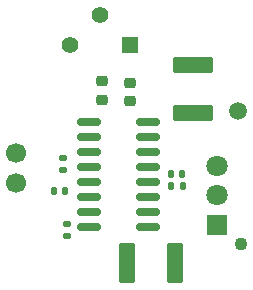
<source format=gbr>
%TF.GenerationSoftware,KiCad,Pcbnew,8.0.3*%
%TF.CreationDate,2024-11-14T20:06:39-08:00*%
%TF.ProjectId,SpeakerR,53706561-6b65-4725-922e-6b696361645f,rev?*%
%TF.SameCoordinates,Original*%
%TF.FileFunction,Soldermask,Top*%
%TF.FilePolarity,Negative*%
%FSLAX46Y46*%
G04 Gerber Fmt 4.6, Leading zero omitted, Abs format (unit mm)*
G04 Created by KiCad (PCBNEW 8.0.3) date 2024-11-14 20:06:39*
%MOMM*%
%LPD*%
G01*
G04 APERTURE LIST*
G04 Aperture macros list*
%AMRoundRect*
0 Rectangle with rounded corners*
0 $1 Rounding radius*
0 $2 $3 $4 $5 $6 $7 $8 $9 X,Y pos of 4 corners*
0 Add a 4 corners polygon primitive as box body*
4,1,4,$2,$3,$4,$5,$6,$7,$8,$9,$2,$3,0*
0 Add four circle primitives for the rounded corners*
1,1,$1+$1,$2,$3*
1,1,$1+$1,$4,$5*
1,1,$1+$1,$6,$7*
1,1,$1+$1,$8,$9*
0 Add four rect primitives between the rounded corners*
20,1,$1+$1,$2,$3,$4,$5,0*
20,1,$1+$1,$4,$5,$6,$7,0*
20,1,$1+$1,$6,$7,$8,$9,0*
20,1,$1+$1,$8,$9,$2,$3,0*%
G04 Aperture macros list end*
%ADD10C,1.800000*%
%ADD11R,1.800000X1.800000*%
%ADD12C,1.100000*%
%ADD13C,1.700000*%
%ADD14RoundRect,0.135000X0.135000X0.185000X-0.135000X0.185000X-0.135000X-0.185000X0.135000X-0.185000X0*%
%ADD15RoundRect,0.140000X0.170000X-0.140000X0.170000X0.140000X-0.170000X0.140000X-0.170000X-0.140000X0*%
%ADD16RoundRect,0.140000X-0.140000X-0.170000X0.140000X-0.170000X0.140000X0.170000X-0.140000X0.170000X0*%
%ADD17RoundRect,0.140000X-0.170000X0.140000X-0.170000X-0.140000X0.170000X-0.140000X0.170000X0.140000X0*%
%ADD18C,1.500000*%
%ADD19RoundRect,0.249999X0.450001X1.450001X-0.450001X1.450001X-0.450001X-1.450001X0.450001X-1.450001X0*%
%ADD20RoundRect,0.218750X0.256250X-0.218750X0.256250X0.218750X-0.256250X0.218750X-0.256250X-0.218750X0*%
%ADD21RoundRect,0.249999X1.450001X-0.450001X1.450001X0.450001X-1.450001X0.450001X-1.450001X-0.450001X0*%
%ADD22RoundRect,0.218750X-0.256250X0.218750X-0.256250X-0.218750X0.256250X-0.218750X0.256250X0.218750X0*%
%ADD23RoundRect,0.150000X-0.850000X-0.150000X0.850000X-0.150000X0.850000X0.150000X-0.850000X0.150000X0*%
%ADD24RoundRect,0.102000X0.609000X0.609000X-0.609000X0.609000X-0.609000X-0.609000X0.609000X-0.609000X0*%
%ADD25C,1.422000*%
G04 APERTURE END LIST*
D10*
%TO.C,J2*%
X125984000Y-101386000D03*
X125984000Y-103886000D03*
D11*
X125984000Y-106386000D03*
D12*
X127984000Y-107986000D03*
%TD*%
D13*
%TO.C,J1*%
X108966000Y-102870000D03*
X108966000Y-100330000D03*
%TD*%
D14*
%TO.C,R1*%
X123065000Y-103124000D03*
X122045000Y-103124000D03*
%TD*%
D15*
%TO.C,C6*%
X113284000Y-107287000D03*
X113284000Y-106327000D03*
%TD*%
D16*
%TO.C,C5*%
X122075000Y-102108000D03*
X123035000Y-102108000D03*
%TD*%
%TO.C,C3*%
X112169000Y-103505000D03*
X113129000Y-103505000D03*
%TD*%
D17*
%TO.C,C2*%
X112903000Y-100739000D03*
X112903000Y-101699000D03*
%TD*%
D18*
%TO.C,TP1*%
X127762000Y-96774000D03*
%TD*%
D19*
%TO.C,C1*%
X122446000Y-109601000D03*
X118346000Y-109601000D03*
%TD*%
D20*
%TO.C,FB1*%
X116205000Y-95783500D03*
X116205000Y-94208500D03*
%TD*%
D21*
%TO.C,C4*%
X123952000Y-96919000D03*
X123952000Y-92819000D03*
%TD*%
D22*
%TO.C,FB2*%
X118618000Y-94335500D03*
X118618000Y-95910500D03*
%TD*%
D23*
%TO.C,U1*%
X115121500Y-97626000D03*
X115121500Y-98896000D03*
X115121500Y-100166000D03*
X115121500Y-101436000D03*
X115121500Y-102706000D03*
X115121500Y-103976000D03*
X115121500Y-105246000D03*
X115121500Y-106516000D03*
X120121500Y-106516000D03*
X120121500Y-105246000D03*
X120121500Y-103976000D03*
X120121500Y-102706000D03*
X120121500Y-101436000D03*
X120121500Y-100166000D03*
X120121500Y-98896000D03*
X120121500Y-97626000D03*
%TD*%
D24*
%TO.C,RV1*%
X118592600Y-91135200D03*
D25*
X116052600Y-88595200D03*
X113512600Y-91135200D03*
%TD*%
M02*

</source>
